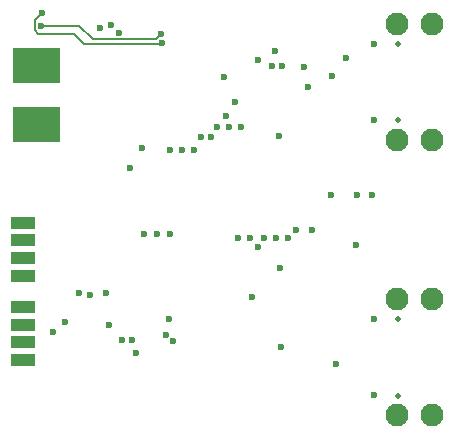
<source format=gbr>
G04 #@! TF.GenerationSoftware,KiCad,Pcbnew,9.0.2*
G04 #@! TF.CreationDate,2025-09-03T18:49:59+02:00*
G04 #@! TF.ProjectId,Afterburner_Nano,41667465-7262-4757-926e-65725f4e616e,rev?*
G04 #@! TF.SameCoordinates,Original*
G04 #@! TF.FileFunction,Copper,L3,Inr*
G04 #@! TF.FilePolarity,Positive*
%FSLAX46Y46*%
G04 Gerber Fmt 4.6, Leading zero omitted, Abs format (unit mm)*
G04 Created by KiCad (PCBNEW 9.0.2) date 2025-09-03 18:49:59*
%MOMM*%
%LPD*%
G01*
G04 APERTURE LIST*
G04 Aperture macros list*
%AMFreePoly0*
4,1,5,0.500000,-0.500000,-0.500000,-0.500000,-0.500000,0.500000,0.500000,0.500000,0.500000,-0.500000,0.500000,-0.500000,$1*%
G04 Aperture macros list end*
G04 #@! TA.AperFunction,ComponentPad*
%ADD10C,1.950000*%
G04 #@! TD*
G04 #@! TA.AperFunction,ComponentPad*
%ADD11C,0.510000*%
G04 #@! TD*
G04 #@! TA.AperFunction,ComponentPad*
%ADD12FreePoly0,0.000000*%
G04 #@! TD*
G04 #@! TA.AperFunction,ComponentPad*
%ADD13R,2.000000X1.000000*%
G04 #@! TD*
G04 #@! TA.AperFunction,ViaPad*
%ADD14C,0.600000*%
G04 #@! TD*
G04 #@! TA.AperFunction,Conductor*
%ADD15C,0.200000*%
G04 #@! TD*
G04 APERTURE END LIST*
D10*
X207550000Y-29295000D03*
X210550000Y-29295000D03*
X210550000Y-19505000D03*
X207550000Y-19505000D03*
D11*
X207650000Y-27650000D03*
X207650000Y-21150000D03*
D10*
X207550000Y-52600000D03*
X210550000Y-52600000D03*
X210550000Y-42810000D03*
X207550000Y-42810000D03*
D11*
X207650000Y-50955000D03*
X207650000Y-44455000D03*
D12*
X175500000Y-27000000D03*
X175500000Y-28000000D03*
X175500000Y-29000000D03*
X176500000Y-27000000D03*
X176500000Y-28000000D03*
X176500000Y-29000000D03*
X177500000Y-27000000D03*
X177500000Y-28000000D03*
X177500000Y-29000000D03*
X178500000Y-27000000D03*
X178500000Y-28000000D03*
X178500000Y-29000000D03*
X175500000Y-22000000D03*
X175500000Y-23000000D03*
X175500000Y-24000000D03*
X176500000Y-22000000D03*
X176500000Y-23000000D03*
X176500000Y-24000000D03*
X177500000Y-22000000D03*
X177500000Y-23000000D03*
X177500000Y-24000000D03*
X178500000Y-22000000D03*
X178500000Y-23000000D03*
X178500000Y-24000000D03*
D13*
X175850000Y-43450000D03*
X175850000Y-44950000D03*
X175850000Y-46450000D03*
X175850000Y-47950000D03*
X175850000Y-36300000D03*
X175850000Y-37800000D03*
X175850000Y-39300000D03*
X175850000Y-40800000D03*
D14*
X202068500Y-23895000D03*
X201960000Y-33960000D03*
X196290000Y-37620000D03*
X205594500Y-44505000D03*
X199020000Y-36890000D03*
X192330000Y-28170000D03*
X195060000Y-37620000D03*
X202410000Y-48270000D03*
X200350000Y-36920000D03*
X205594500Y-21200000D03*
X188350000Y-30150000D03*
X193330000Y-28170000D03*
X198300000Y-37620000D03*
X194330000Y-28170000D03*
X205594500Y-27600000D03*
X197300000Y-37620000D03*
X192330000Y-28180000D03*
X190350000Y-30150000D03*
X189350000Y-30150000D03*
X205594500Y-50905000D03*
X199650000Y-23100000D03*
X190920000Y-29050000D03*
X194060000Y-37620000D03*
X191800000Y-29020000D03*
X204090000Y-38180000D03*
X188245000Y-44505000D03*
X185080000Y-46240000D03*
X182918902Y-42300000D03*
X180620000Y-42300000D03*
X184260000Y-46250000D03*
X181515000Y-42425000D03*
X204120000Y-33970000D03*
X205400000Y-33950000D03*
X197733847Y-46827998D03*
X185960000Y-29970000D03*
X197780000Y-23040000D03*
X197550000Y-29010000D03*
X195750000Y-38390000D03*
X203268500Y-22395000D03*
X200000000Y-24800000D03*
X197250000Y-21750000D03*
X195749999Y-22500000D03*
X193800000Y-26125002D03*
X193040000Y-27250000D03*
X192900000Y-23950000D03*
X196950000Y-23050000D03*
X177440000Y-19630000D03*
X187566731Y-20358600D03*
X187680000Y-21100000D03*
X177450000Y-18600000D03*
X188590002Y-46290002D03*
X184900000Y-31680000D03*
X178450000Y-45550000D03*
X179450000Y-44750000D03*
X183170000Y-44940000D03*
X185470000Y-47370000D03*
X183350000Y-19590000D03*
X187260000Y-37290000D03*
X186160000Y-37260000D03*
X182360000Y-19810000D03*
X187990000Y-45840000D03*
X184020000Y-20250000D03*
X188340000Y-37280000D03*
X197600000Y-40190000D03*
X195230000Y-42640000D03*
D15*
X187566731Y-20358600D02*
X187124331Y-20801000D01*
X181791000Y-20801000D02*
X180630000Y-19640000D01*
X187124331Y-20801000D02*
X181791000Y-20801000D01*
X180630000Y-19640000D02*
X177440000Y-19640000D01*
X180170000Y-20310000D02*
X177190000Y-20310000D01*
X177190000Y-20310000D02*
X176880000Y-20000000D01*
X187628000Y-21152000D02*
X181012000Y-21152000D01*
X181012000Y-21152000D02*
X180170000Y-20310000D01*
X187680000Y-21100000D02*
X187628000Y-21152000D01*
X176880000Y-19170000D02*
X177450000Y-18600000D01*
X176880000Y-20000000D02*
X176880000Y-19170000D01*
M02*

</source>
